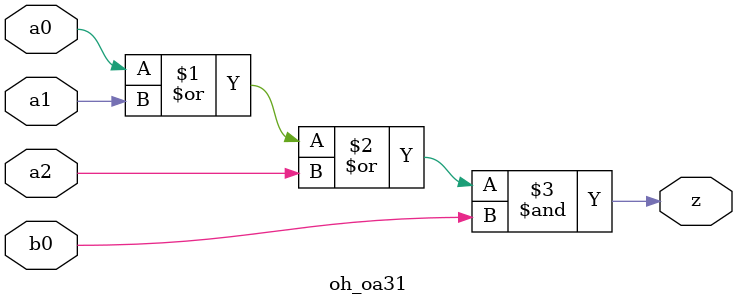
<source format=v>
module oh_oa31(	// file.cleaned.mlir:2:3
  input  a0,	// file.cleaned.mlir:2:25
         a1,	// file.cleaned.mlir:2:38
         a2,	// file.cleaned.mlir:2:51
         b0,	// file.cleaned.mlir:2:64
  output z	// file.cleaned.mlir:2:78
);

  assign z = (a0 | a1 | a2) & b0;	// file.cleaned.mlir:3:10, :4:10, :5:5
endmodule


</source>
